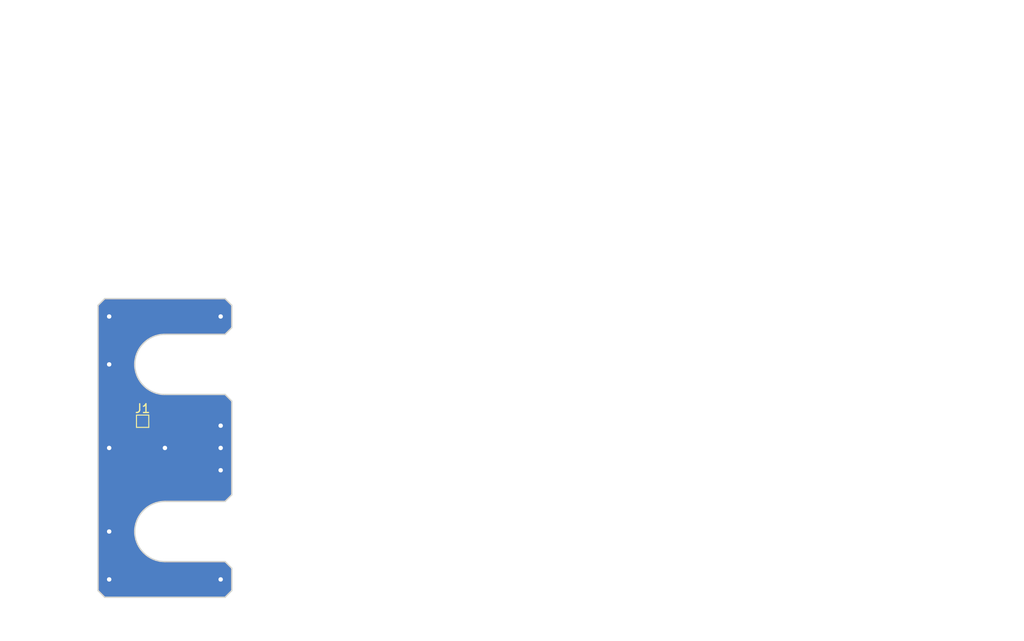
<source format=kicad_pcb>
(kicad_pcb (version 20240108) (generator "pcbnew") (generator_version "8.0")
  (title_block (title "HP 6632B Shorting Bar") (date "2024-11-15") (rev "1.0.0") (comment 1 "Copyright (©) 2024, Patrick Baus <patrick.baus@physik.tu-darmstadt.de>") (comment 2 "Licensed under CERN OHL-W v2.0"))
  (layers (0 "F.Cu" signal "Top") (31 "B.Cu" signal "Bottom") (38 "B.Mask" user) (39 "F.Mask" user) (44 "Edge.Cuts" user))
  (net 0 "")
  (net 1 "GND")
  (footprint "TestPoint:TestPoint_Pad_1.0x1.0mm" (layer "F.Cu") (at 145.9611 101.7016)
    (property "Reference" "J1" (at 0 -1.448 0) (layer "F.SilkS"))
    (property "Value" "Conn_01x01")
    (fp_line (start -0.7 -0.7) (end 0.7 -0.7) (stroke (width 0.12)) (layer "F.SilkS"))
    (fp_line (start -0.7 0.7) (end -0.7 -0.7) (stroke (width 0.12)) (layer "F.SilkS"))
    (fp_line (start 0.7 -0.7) (end 0.7 0.7) (stroke (width 0.12)) (layer "F.SilkS"))
    (fp_line (start 0.7 0.7) (end -0.7 0.7) (stroke (width 0.12)) (layer "F.SilkS"))
    (pad "1" smd rect (at 0 0) (size 1 1) (layers "F.Cu") (net 1 "GND"))
  )
  (gr_line (start 141.6431 121.7676) (end 155.3591 121.7676) (stroke (width 0.15)) (layer "Edge.Cuts"))
  (gr_line (start 156.1211 121.0056) (end 156.1211 118.4656) (stroke (width 0.15)) (layer "Edge.Cuts"))
  (gr_line (start 156.1211 110.0836) (end 156.1211 99.4156) (stroke (width 0.15)) (layer "Edge.Cuts"))
  (gr_line (start 156.1211 91.0336) (end 156.1211 88.4936) (stroke (width 0.15)) (layer "Edge.Cuts"))
  (gr_line (start 156.1211 118.4656) (end 155.3591 117.7036) (stroke (width 0.15)) (layer "Edge.Cuts"))
  (gr_line (start 155.3591 87.7316) (end 156.1211 88.4936) (stroke (width 0.15)) (layer "Edge.Cuts"))
  (gr_line (start 156.1211 91.0336) (end 155.3591 91.7956) (stroke (width 0.15)) (layer "Edge.Cuts"))
  (gr_line (start 155.3591 98.6536) (end 156.1211 99.4156) (stroke (width 0.15)) (layer "Edge.Cuts"))
  (gr_line (start 155.3591 110.8456) (end 156.1211 110.0836) (stroke (width 0.15)) (layer "Edge.Cuts"))
  (gr_line (start 155.3591 87.7316) (end 141.6431 87.7316) (stroke (width 0.15)) (layer "Edge.Cuts"))
  (gr_line (start 140.8811 88.4936) (end 140.8811 121.0056) (stroke (width 0.15)) (layer "Edge.Cuts"))
  (gr_arc (start 148.5011 117.7036) (mid 145.0721 114.2746) (end 148.5011 110.8456) (stroke (width 0.15)) (layer "Edge.Cuts"))
  (gr_arc (start 148.5011 98.6536) (mid 145.0721 95.2246) (end 148.5011 91.7956) (stroke (width 0.15)) (layer "Edge.Cuts"))
  (gr_line (start 148.5011 110.8456) (end 155.3591 110.8456) (stroke (width 0.15)) (layer "Edge.Cuts"))
  (gr_line (start 148.5011 117.7036) (end 155.3591 117.7036) (stroke (width 0.15)) (layer "Edge.Cuts"))
  (gr_line (start 148.5011 91.7956) (end 155.3591 91.7956) (stroke (width 0.15)) (layer "Edge.Cuts"))
  (gr_line (start 148.5011 98.6536) (end 155.3591 98.6536) (stroke (width 0.15)) (layer "Edge.Cuts"))
  (gr_line (start 141.6431 87.7316) (end 140.8811 88.4936) (stroke (width 0.15)) (layer "Edge.Cuts"))
  (gr_line (start 141.6431 121.7676) (end 140.8811 121.0056) (stroke (width 0.15)) (layer "Edge.Cuts"))
  (gr_line (start 156.1211 121.0056) (end 155.3591 121.7676) (stroke (width 0.15)) (layer "Edge.Cuts"))
  (via (at 148.5011 104.7496) (size 0.9064) (drill 0.5) (layers "F.Cu" "B.Cu") (net 1))
  (via (at 154.8511 104.7496) (size 0.9064) (drill 0.5) (layers "F.Cu" "B.Cu") (net 1))
  (via (at 154.8511 119.7356) (size 0.9064) (drill 0.5) (layers "F.Cu" "B.Cu") (net 1))
  (via (at 142.1511 114.2746) (size 0.9064) (drill 0.5) (layers "F.Cu" "B.Cu") (net 1))
  (via (at 142.1511 95.2246) (size 0.9064) (drill 0.5) (layers "F.Cu" "B.Cu") (net 1))
  (via (at 142.1511 89.7636) (size 0.9064) (drill 0.5) (layers "F.Cu" "B.Cu") (net 1))
  (via (at 142.1511 104.7496) (size 0.9064) (drill 0.5) (layers "F.Cu" "B.Cu") (net 1))
  (via (at 154.8511 89.7636) (size 0.9064) (drill 0.5) (layers "F.Cu" "B.Cu") (net 1))
  (via (at 142.1511 119.7356) (size 0.9064) (drill 0.5) (layers "F.Cu" "B.Cu") (net 1))
  (via (at 154.8511 102.2096) (size 0.9064) (drill 0.5) (layers "F.Cu" "B.Cu") (net 1))
  (via (at 154.8511 107.2896) (size 0.9064) (drill 0.5) (layers "F.Cu" "B.Cu") (net 1))
  (zone (net 1) (net_name "GND") (layer "F.Cu") (priority 6) (connect_pads yes (clearance 0)) (min_thickness 0.254) (fill yes (thermal_gap 0.304) (thermal_bridge_width 0.304))
    (polygon (pts (xy 140.8811 87.7316) (xy 156.1211 87.7316) (xy 156.1211 121.7676) (xy 140.8811 121.7676)))
  )
  (zone (net 1) (net_name "GND") (layer "B.Cu") (priority 6) (connect_pads yes (clearance 0)) (min_thickness 0.254) (fill yes (thermal_gap 0.304) (thermal_bridge_width 0.304))
    (polygon (pts (xy 140.8811 87.7316) (xy 156.1211 87.7316) (xy 156.1211 121.7676) (xy 140.8811 121.7676)))
  )
)
</source>
